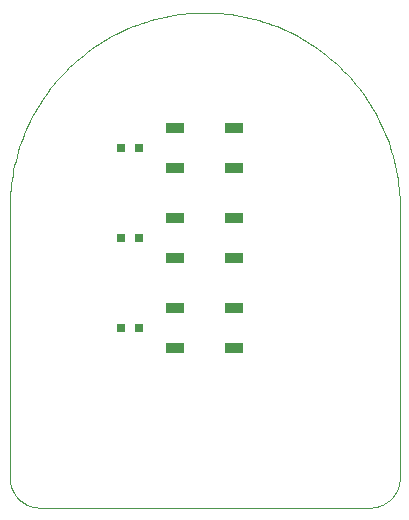
<source format=gtp>
G75*
%MOIN*%
%OFA0B0*%
%FSLAX25Y25*%
%IPPOS*%
%LPD*%
%AMOC8*
5,1,8,0,0,1.08239X$1,22.5*
%
%ADD10R,0.03150X0.03150*%
%ADD11C,0.00000*%
%ADD12R,0.05906X0.03543*%
D10*
X0043847Y0089006D03*
X0049753Y0089006D03*
X0049753Y0119006D03*
X0043847Y0119006D03*
X0043847Y0149006D03*
X0049753Y0149006D03*
D11*
X0016800Y0029006D02*
X0126800Y0029006D01*
X0127042Y0029009D01*
X0127283Y0029018D01*
X0127524Y0029032D01*
X0127765Y0029053D01*
X0128005Y0029079D01*
X0128245Y0029111D01*
X0128484Y0029149D01*
X0128721Y0029192D01*
X0128958Y0029242D01*
X0129193Y0029297D01*
X0129427Y0029357D01*
X0129659Y0029424D01*
X0129890Y0029495D01*
X0130119Y0029573D01*
X0130346Y0029656D01*
X0130571Y0029744D01*
X0130794Y0029838D01*
X0131014Y0029937D01*
X0131232Y0030042D01*
X0131447Y0030151D01*
X0131660Y0030266D01*
X0131870Y0030386D01*
X0132076Y0030511D01*
X0132280Y0030641D01*
X0132481Y0030776D01*
X0132678Y0030916D01*
X0132872Y0031060D01*
X0133062Y0031209D01*
X0133248Y0031363D01*
X0133431Y0031521D01*
X0133610Y0031683D01*
X0133785Y0031850D01*
X0133956Y0032021D01*
X0134123Y0032196D01*
X0134285Y0032375D01*
X0134443Y0032558D01*
X0134597Y0032744D01*
X0134746Y0032934D01*
X0134890Y0033128D01*
X0135030Y0033325D01*
X0135165Y0033526D01*
X0135295Y0033730D01*
X0135420Y0033936D01*
X0135540Y0034146D01*
X0135655Y0034359D01*
X0135764Y0034574D01*
X0135869Y0034792D01*
X0135968Y0035012D01*
X0136062Y0035235D01*
X0136150Y0035460D01*
X0136233Y0035687D01*
X0136311Y0035916D01*
X0136382Y0036147D01*
X0136449Y0036379D01*
X0136509Y0036613D01*
X0136564Y0036848D01*
X0136614Y0037085D01*
X0136657Y0037322D01*
X0136695Y0037561D01*
X0136727Y0037801D01*
X0136753Y0038041D01*
X0136774Y0038282D01*
X0136788Y0038523D01*
X0136797Y0038764D01*
X0136800Y0039006D01*
X0136800Y0129006D01*
X0136781Y0130589D01*
X0136723Y0132171D01*
X0136627Y0133751D01*
X0136492Y0135328D01*
X0136319Y0136901D01*
X0136107Y0138470D01*
X0135858Y0140033D01*
X0135570Y0141590D01*
X0135245Y0143139D01*
X0134882Y0144680D01*
X0134482Y0146211D01*
X0134044Y0147732D01*
X0133570Y0149243D01*
X0133058Y0150741D01*
X0132511Y0152226D01*
X0131928Y0153697D01*
X0131309Y0155154D01*
X0130654Y0156596D01*
X0129965Y0158021D01*
X0129241Y0159428D01*
X0128483Y0160818D01*
X0127692Y0162189D01*
X0126867Y0163540D01*
X0126010Y0164871D01*
X0125120Y0166180D01*
X0124199Y0167468D01*
X0123247Y0168732D01*
X0122265Y0169973D01*
X0121252Y0171190D01*
X0120210Y0172382D01*
X0119140Y0173548D01*
X0118041Y0174687D01*
X0116915Y0175800D01*
X0115762Y0176884D01*
X0114583Y0177941D01*
X0113379Y0178968D01*
X0112150Y0179966D01*
X0110897Y0180933D01*
X0109621Y0181870D01*
X0108322Y0182775D01*
X0107002Y0183649D01*
X0105661Y0184490D01*
X0104300Y0185298D01*
X0102920Y0186072D01*
X0101521Y0186813D01*
X0100104Y0187520D01*
X0098671Y0188192D01*
X0097222Y0188829D01*
X0095758Y0189430D01*
X0094279Y0189995D01*
X0092787Y0190525D01*
X0091283Y0191017D01*
X0089767Y0191473D01*
X0088241Y0191892D01*
X0086704Y0192274D01*
X0085159Y0192618D01*
X0083606Y0192925D01*
X0082046Y0193193D01*
X0080480Y0193424D01*
X0078909Y0193616D01*
X0077334Y0193770D01*
X0075755Y0193886D01*
X0074174Y0193963D01*
X0072591Y0194001D01*
X0071009Y0194001D01*
X0069426Y0193963D01*
X0067845Y0193886D01*
X0066266Y0193770D01*
X0064691Y0193616D01*
X0063120Y0193424D01*
X0061554Y0193193D01*
X0059994Y0192925D01*
X0058441Y0192618D01*
X0056896Y0192274D01*
X0055359Y0191892D01*
X0053833Y0191473D01*
X0052317Y0191017D01*
X0050813Y0190525D01*
X0049321Y0189995D01*
X0047842Y0189430D01*
X0046378Y0188829D01*
X0044929Y0188192D01*
X0043496Y0187520D01*
X0042079Y0186813D01*
X0040680Y0186072D01*
X0039300Y0185298D01*
X0037939Y0184490D01*
X0036598Y0183649D01*
X0035278Y0182775D01*
X0033979Y0181870D01*
X0032703Y0180933D01*
X0031450Y0179966D01*
X0030221Y0178968D01*
X0029017Y0177941D01*
X0027838Y0176884D01*
X0026685Y0175800D01*
X0025559Y0174687D01*
X0024460Y0173548D01*
X0023390Y0172382D01*
X0022348Y0171190D01*
X0021335Y0169973D01*
X0020353Y0168732D01*
X0019401Y0167468D01*
X0018480Y0166180D01*
X0017590Y0164871D01*
X0016733Y0163540D01*
X0015908Y0162189D01*
X0015117Y0160818D01*
X0014359Y0159428D01*
X0013635Y0158021D01*
X0012946Y0156596D01*
X0012291Y0155154D01*
X0011672Y0153697D01*
X0011089Y0152226D01*
X0010542Y0150741D01*
X0010030Y0149243D01*
X0009556Y0147732D01*
X0009118Y0146211D01*
X0008718Y0144680D01*
X0008355Y0143139D01*
X0008030Y0141590D01*
X0007742Y0140033D01*
X0007493Y0138470D01*
X0007281Y0136901D01*
X0007108Y0135328D01*
X0006973Y0133751D01*
X0006877Y0132171D01*
X0006819Y0130589D01*
X0006800Y0129006D01*
X0006800Y0039006D01*
X0006803Y0038764D01*
X0006812Y0038523D01*
X0006826Y0038282D01*
X0006847Y0038041D01*
X0006873Y0037801D01*
X0006905Y0037561D01*
X0006943Y0037322D01*
X0006986Y0037085D01*
X0007036Y0036848D01*
X0007091Y0036613D01*
X0007151Y0036379D01*
X0007218Y0036147D01*
X0007289Y0035916D01*
X0007367Y0035687D01*
X0007450Y0035460D01*
X0007538Y0035235D01*
X0007632Y0035012D01*
X0007731Y0034792D01*
X0007836Y0034574D01*
X0007945Y0034359D01*
X0008060Y0034146D01*
X0008180Y0033936D01*
X0008305Y0033730D01*
X0008435Y0033526D01*
X0008570Y0033325D01*
X0008710Y0033128D01*
X0008854Y0032934D01*
X0009003Y0032744D01*
X0009157Y0032558D01*
X0009315Y0032375D01*
X0009477Y0032196D01*
X0009644Y0032021D01*
X0009815Y0031850D01*
X0009990Y0031683D01*
X0010169Y0031521D01*
X0010352Y0031363D01*
X0010538Y0031209D01*
X0010728Y0031060D01*
X0010922Y0030916D01*
X0011119Y0030776D01*
X0011320Y0030641D01*
X0011524Y0030511D01*
X0011730Y0030386D01*
X0011940Y0030266D01*
X0012153Y0030151D01*
X0012368Y0030042D01*
X0012586Y0029937D01*
X0012806Y0029838D01*
X0013029Y0029744D01*
X0013254Y0029656D01*
X0013481Y0029573D01*
X0013710Y0029495D01*
X0013941Y0029424D01*
X0014173Y0029357D01*
X0014407Y0029297D01*
X0014642Y0029242D01*
X0014879Y0029192D01*
X0015116Y0029149D01*
X0015355Y0029111D01*
X0015595Y0029079D01*
X0015835Y0029053D01*
X0016076Y0029032D01*
X0016317Y0029018D01*
X0016558Y0029009D01*
X0016800Y0029006D01*
D12*
X0061957Y0082313D03*
X0061957Y0095699D03*
X0061957Y0112313D03*
X0061957Y0125699D03*
X0061957Y0142313D03*
X0061957Y0155699D03*
X0081643Y0155699D03*
X0081643Y0142313D03*
X0081643Y0125699D03*
X0081643Y0112313D03*
X0081643Y0095699D03*
X0081643Y0082313D03*
M02*

</source>
